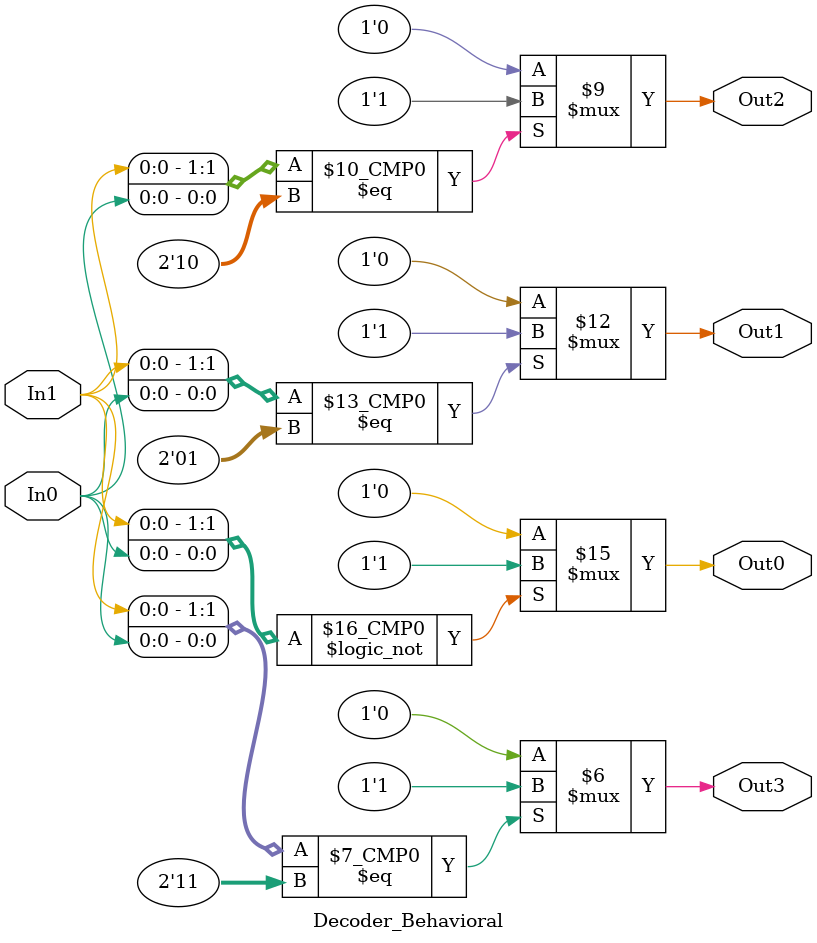
<source format=v>
module Decoder_Behavioral(Out0, Out1, Out2, Out3, In0, In1);

//input & output
output Out0, Out1, Out2, Out3;
input In0, In1;
reg Out0, Out1, Out2, Out3;

always @(In0 or In1) //while signal is exist
	begin
		case ({In1, In0}) //concatenate In1, In0
		2'b00 : Out0 = 1'b1;
		default : Out0 = 1'b0;
		endcase
	end

always @(In0 or In1) //while signal is exist
	begin
		case ({In1, In0}) //concatenate In1, In0
		2'b01 : Out1 = 1'b1;
		default : Out1 = 1'b0;
		endcase
	end

always @(In0 or In1) //while signal is exist
	begin
		case ({In1, In0}) //concatenate In1, In0
		2'b10 : Out2 = 1'b1;
		default : Out2 = 1'b0;
		endcase
	end

always @(In0 or In1) //while signal is exist
	begin
		case ({In1, In0}) //concatenate In1, In0
		2'b11 : Out3 = 1'b1;
		default : Out3 = 1'b0;
		endcase
	end
endmodule

</source>
